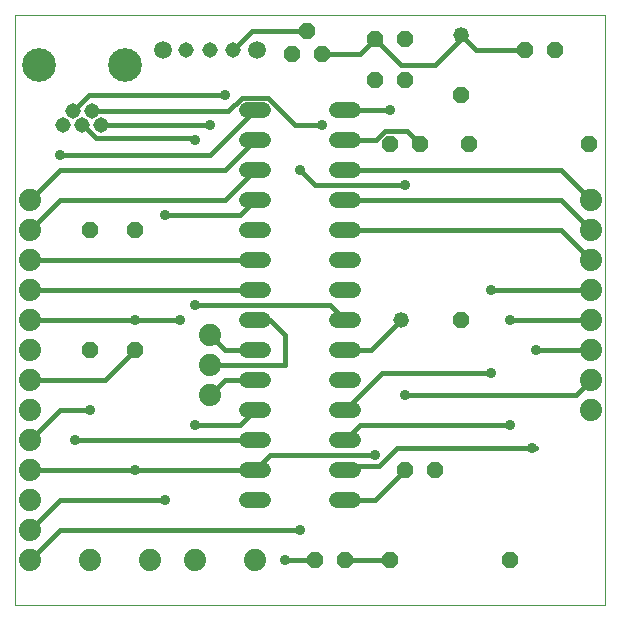
<source format=gtl>
G75*
%MOIN*%
%OFA0B0*%
%FSLAX25Y25*%
%IPPOS*%
%LPD*%
%AMOC8*
5,1,8,0,0,1.08239X$1,22.5*
%
%ADD10C,0.00000*%
%ADD11OC8,0.05200*%
%ADD12C,0.05200*%
%ADD13C,0.05150*%
%ADD14C,0.11220*%
%ADD15C,0.05200*%
%ADD16C,0.05937*%
%ADD17C,0.07400*%
%ADD18C,0.01600*%
%ADD19C,0.03562*%
D10*
X0001800Y0001800D02*
X0001800Y0198650D01*
X0198650Y0198650D01*
X0198650Y0001800D01*
X0001800Y0001800D01*
D11*
X0026800Y0086800D03*
X0041800Y0086800D03*
X0041800Y0126800D03*
X0026800Y0126800D03*
X0094300Y0185550D03*
X0099300Y0193050D03*
X0104300Y0185550D03*
X0121800Y0190550D03*
X0131800Y0190550D03*
X0131800Y0176800D03*
X0121800Y0176800D03*
X0126800Y0155550D03*
X0136800Y0155550D03*
X0153050Y0155550D03*
X0150550Y0171800D03*
X0171800Y0186800D03*
X0181800Y0186800D03*
X0193050Y0155550D03*
X0150550Y0096800D03*
X0141800Y0046800D03*
X0131800Y0046800D03*
X0126800Y0016800D03*
X0111800Y0016800D03*
X0101800Y0016800D03*
X0166800Y0016800D03*
D12*
X0130550Y0096800D03*
X0150550Y0191800D03*
D13*
X0074674Y0186800D03*
X0066800Y0186800D03*
X0058926Y0186800D03*
X0030599Y0161721D03*
X0027450Y0166446D03*
X0024300Y0161721D03*
X0021150Y0166446D03*
X0018001Y0161721D03*
D14*
X0009930Y0181800D03*
X0038670Y0181800D03*
D15*
X0079200Y0166800D02*
X0084400Y0166800D01*
X0084400Y0156800D02*
X0079200Y0156800D01*
X0079200Y0146800D02*
X0084400Y0146800D01*
X0084400Y0136800D02*
X0079200Y0136800D01*
X0079200Y0126800D02*
X0084400Y0126800D01*
X0084400Y0116800D02*
X0079200Y0116800D01*
X0079200Y0106800D02*
X0084400Y0106800D01*
X0084400Y0096800D02*
X0079200Y0096800D01*
X0079200Y0086800D02*
X0084400Y0086800D01*
X0084400Y0076800D02*
X0079200Y0076800D01*
X0079200Y0066800D02*
X0084400Y0066800D01*
X0084400Y0056800D02*
X0079200Y0056800D01*
X0079200Y0046800D02*
X0084400Y0046800D01*
X0084400Y0036800D02*
X0079200Y0036800D01*
X0109200Y0036800D02*
X0114400Y0036800D01*
X0114400Y0046800D02*
X0109200Y0046800D01*
X0109200Y0056800D02*
X0114400Y0056800D01*
X0114400Y0066800D02*
X0109200Y0066800D01*
X0109200Y0076800D02*
X0114400Y0076800D01*
X0114400Y0086800D02*
X0109200Y0086800D01*
X0109200Y0096800D02*
X0114400Y0096800D01*
X0114400Y0106800D02*
X0109200Y0106800D01*
X0109200Y0116800D02*
X0114400Y0116800D01*
X0114400Y0126800D02*
X0109200Y0126800D01*
X0109200Y0136800D02*
X0114400Y0136800D01*
X0114400Y0146800D02*
X0109200Y0146800D01*
X0109200Y0156800D02*
X0114400Y0156800D01*
X0114400Y0166800D02*
X0109200Y0166800D01*
D16*
X0082548Y0186800D03*
X0051052Y0186800D03*
D17*
X0006800Y0136800D03*
X0006800Y0126800D03*
X0006800Y0116800D03*
X0006800Y0106800D03*
X0006800Y0096800D03*
X0006800Y0086800D03*
X0006800Y0076800D03*
X0006800Y0066800D03*
X0006800Y0056800D03*
X0006800Y0046800D03*
X0006800Y0036800D03*
X0006800Y0026800D03*
X0006800Y0016800D03*
X0026800Y0016800D03*
X0046800Y0016800D03*
X0061800Y0016800D03*
X0081800Y0016800D03*
X0066800Y0071800D03*
X0066800Y0081800D03*
X0066800Y0091800D03*
X0193800Y0086800D03*
X0193800Y0076800D03*
X0193800Y0066800D03*
X0193800Y0096800D03*
X0193800Y0106800D03*
X0193800Y0116800D03*
X0193800Y0126800D03*
X0193800Y0136800D03*
D18*
X0183800Y0146800D01*
X0111800Y0146800D01*
X0101800Y0141800D02*
X0131800Y0141800D01*
X0136800Y0155550D02*
X0132600Y0159750D01*
X0125060Y0159750D01*
X0122110Y0156800D01*
X0111800Y0156800D01*
X0104300Y0161800D02*
X0095340Y0161800D01*
X0086140Y0171000D01*
X0077460Y0171000D01*
X0072906Y0166446D01*
X0027450Y0166446D01*
X0024695Y0161721D02*
X0024300Y0161721D01*
X0024695Y0161721D02*
X0028870Y0157546D01*
X0061054Y0157546D01*
X0061800Y0156800D01*
X0066800Y0151800D02*
X0081800Y0166800D01*
X0081800Y0156800D02*
X0071800Y0146800D01*
X0016800Y0146800D01*
X0006800Y0136800D01*
X0006800Y0126800D02*
X0016800Y0136800D01*
X0071800Y0136800D01*
X0081800Y0146800D01*
X0081800Y0136800D02*
X0076800Y0131800D01*
X0051800Y0131800D01*
X0066800Y0151800D02*
X0016800Y0151800D01*
X0021150Y0166446D02*
X0026505Y0171800D01*
X0071800Y0171800D01*
X0066800Y0161800D02*
X0066800Y0161721D01*
X0030599Y0161721D01*
X0074674Y0186800D02*
X0080924Y0193050D01*
X0099300Y0193050D01*
X0104300Y0185550D02*
X0116800Y0185550D01*
X0121800Y0190550D01*
X0130550Y0181800D01*
X0141800Y0181800D01*
X0150550Y0190550D01*
X0150550Y0191800D01*
X0155550Y0186800D01*
X0171800Y0186800D01*
X0126800Y0166800D02*
X0111800Y0166800D01*
X0104300Y0161800D02*
X0103500Y0162600D01*
X0096800Y0146800D02*
X0101800Y0141800D01*
X0111800Y0136800D02*
X0183800Y0136800D01*
X0193800Y0126800D01*
X0183800Y0126800D02*
X0193800Y0116800D01*
X0193800Y0106800D02*
X0160550Y0106800D01*
X0166800Y0096800D02*
X0193800Y0096800D01*
X0193800Y0086800D02*
X0175550Y0086800D01*
X0188800Y0071800D02*
X0193800Y0076800D01*
X0188800Y0071800D02*
X0131800Y0071800D01*
X0124300Y0079300D02*
X0160550Y0079300D01*
X0166800Y0061800D02*
X0116800Y0061800D01*
X0111800Y0056800D01*
X0113219Y0048219D02*
X0123283Y0048219D01*
X0129364Y0054300D01*
X0174300Y0054300D01*
X0175550Y0054300D01*
X0174300Y0054300D01*
X0131800Y0046800D02*
X0121800Y0036800D01*
X0111800Y0036800D01*
X0111800Y0046800D02*
X0113219Y0048219D01*
X0121800Y0051800D02*
X0086800Y0051800D01*
X0081800Y0046800D01*
X0041800Y0046800D01*
X0006800Y0046800D01*
X0006800Y0056800D02*
X0016800Y0066800D01*
X0026800Y0066800D01*
X0021800Y0056800D02*
X0081800Y0056800D01*
X0076800Y0061800D02*
X0081800Y0066800D01*
X0076800Y0061800D02*
X0061800Y0061800D01*
X0066800Y0071800D02*
X0071800Y0076800D01*
X0081800Y0076800D01*
X0081800Y0086800D02*
X0071800Y0086800D01*
X0066800Y0091800D01*
X0066800Y0081800D02*
X0091800Y0081800D01*
X0091800Y0091800D01*
X0086800Y0096800D01*
X0081800Y0096800D01*
X0081800Y0106800D02*
X0006800Y0106800D01*
X0006800Y0096800D02*
X0041800Y0096800D01*
X0056800Y0096800D01*
X0061800Y0101800D02*
X0106800Y0101800D01*
X0111800Y0096800D01*
X0111800Y0086800D02*
X0120550Y0086800D01*
X0130550Y0096800D01*
X0124300Y0079300D02*
X0111800Y0066800D01*
X0096800Y0026800D02*
X0016800Y0026800D01*
X0006800Y0016800D01*
X0006800Y0026800D02*
X0016800Y0036800D01*
X0051800Y0036800D01*
X0031800Y0076800D02*
X0041800Y0086800D01*
X0031800Y0076800D02*
X0006800Y0076800D01*
X0006800Y0116800D02*
X0081800Y0116800D01*
X0111800Y0126800D02*
X0183800Y0126800D01*
X0126800Y0016800D02*
X0111800Y0016800D01*
X0101800Y0016800D02*
X0091800Y0016800D01*
D19*
X0091800Y0016800D03*
X0096800Y0026800D03*
X0121800Y0051800D03*
X0131800Y0071800D03*
X0160550Y0079300D03*
X0175550Y0086800D03*
X0166800Y0096800D03*
X0160550Y0106800D03*
X0131800Y0141800D03*
X0126800Y0166800D03*
X0104300Y0161800D03*
X0096800Y0146800D03*
X0071800Y0171800D03*
X0066800Y0161800D03*
X0061800Y0156800D03*
X0051800Y0131800D03*
X0061800Y0101800D03*
X0056800Y0096800D03*
X0041800Y0096800D03*
X0026800Y0066800D03*
X0021800Y0056800D03*
X0041800Y0046800D03*
X0051800Y0036800D03*
X0061800Y0061800D03*
X0016800Y0151800D03*
X0166800Y0061800D03*
X0174300Y0054300D03*
M02*

</source>
